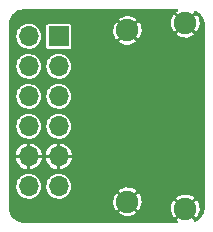
<source format=gbr>
G04 #@! TF.GenerationSoftware,KiCad,Pcbnew,5.99.0-unknown-8eca23aabe~115~ubuntu20.04.1*
G04 #@! TF.CreationDate,2021-02-02T12:21:52+00:00*
G04 #@! TF.ProjectId,dvi_pmod,6476695f-706d-46f6-942e-6b696361645f,rev?*
G04 #@! TF.SameCoordinates,Original*
G04 #@! TF.FileFunction,Copper,L2,Bot*
G04 #@! TF.FilePolarity,Positive*
%FSLAX46Y46*%
G04 Gerber Fmt 4.6, Leading zero omitted, Abs format (unit mm)*
G04 Created by KiCad (PCBNEW 5.99.0-unknown-8eca23aabe~115~ubuntu20.04.1) date 2021-02-02 12:21:52*
%MOMM*%
%LPD*%
G01*
G04 APERTURE LIST*
G04 #@! TA.AperFunction,ComponentPad*
%ADD10R,1.700000X1.700000*%
G04 #@! TD*
G04 #@! TA.AperFunction,ComponentPad*
%ADD11O,1.700000X1.700000*%
G04 #@! TD*
G04 #@! TA.AperFunction,ComponentPad*
%ADD12C,1.900000*%
G04 #@! TD*
G04 #@! TA.AperFunction,ViaPad*
%ADD13C,0.600000*%
G04 #@! TD*
G04 APERTURE END LIST*
D10*
X131445000Y-70000000D03*
D11*
X128905000Y-70000000D03*
X131445000Y-72540000D03*
X128905000Y-72540000D03*
X131445000Y-75080000D03*
X128905000Y-75080000D03*
X131445000Y-77620000D03*
X128905000Y-77620000D03*
X131445000Y-80160000D03*
X128905000Y-80160000D03*
X131445000Y-82700000D03*
X128905000Y-82700000D03*
D12*
X137262000Y-69500000D03*
X142162000Y-68900000D03*
X142162000Y-84600000D03*
X137262000Y-84000000D03*
D13*
X135150000Y-77000000D03*
X135150000Y-75500000D03*
X135150000Y-74000000D03*
X137762000Y-72500000D03*
X137762000Y-74000000D03*
X137762000Y-75500000D03*
X137762000Y-77000000D03*
X128000000Y-68500000D03*
X128000000Y-85000000D03*
X135062000Y-71400000D03*
X133512000Y-71250000D03*
X143400000Y-77100000D03*
X137862000Y-80000000D03*
X132000000Y-76350000D03*
X129400000Y-76400000D03*
X129350000Y-73850000D03*
X129350000Y-71300000D03*
X135150000Y-72500000D03*
X134862000Y-80000000D03*
X130700000Y-71400000D03*
X134900000Y-78600000D03*
G04 #@! TA.AperFunction,Conductor*
G36*
X141530297Y-67718907D02*
G01*
X141566261Y-67768407D01*
X141566261Y-67829593D01*
X141530297Y-67879093D01*
X141522724Y-67884081D01*
X141457617Y-67922816D01*
X141450312Y-67928123D01*
X141417659Y-67956758D01*
X141410841Y-67968218D01*
X141411164Y-67971736D01*
X141412532Y-67973755D01*
X142150914Y-68712137D01*
X142162797Y-68718191D01*
X142167828Y-68717395D01*
X142908197Y-67977026D01*
X142914251Y-67965143D01*
X142909712Y-67936481D01*
X142911555Y-67936189D01*
X142905647Y-67919151D01*
X142923410Y-67860601D01*
X142972195Y-67823673D01*
X143033369Y-67822474D01*
X143049565Y-67828997D01*
X143157225Y-67883852D01*
X143163986Y-67887639D01*
X143185964Y-67901106D01*
X143189670Y-67903378D01*
X143196131Y-67907696D01*
X143323733Y-68000405D01*
X143329828Y-68005209D01*
X143352724Y-68024764D01*
X143358419Y-68030028D01*
X143469971Y-68141580D01*
X143475247Y-68147289D01*
X143494785Y-68170165D01*
X143499597Y-68176269D01*
X143592308Y-68303874D01*
X143596622Y-68310330D01*
X143612351Y-68335998D01*
X143616148Y-68342779D01*
X143687766Y-68483336D01*
X143691015Y-68490383D01*
X143702523Y-68518165D01*
X143705212Y-68525451D01*
X143735989Y-68620172D01*
X143753964Y-68675494D01*
X143756073Y-68682975D01*
X143763095Y-68712223D01*
X143764612Y-68719848D01*
X143789288Y-68875643D01*
X143790202Y-68883363D01*
X143793415Y-68924190D01*
X143793704Y-68930164D01*
X143795430Y-69025622D01*
X143797098Y-69032366D01*
X143797106Y-69032400D01*
X143800000Y-69056161D01*
X143800000Y-84443706D01*
X143797065Y-84467634D01*
X143795433Y-84474186D01*
X143793703Y-84569835D01*
X143793703Y-84569845D01*
X143793414Y-84575822D01*
X143790202Y-84616635D01*
X143789288Y-84624351D01*
X143779523Y-84686011D01*
X143764613Y-84780149D01*
X143763097Y-84787770D01*
X143756076Y-84817016D01*
X143753971Y-84824484D01*
X143715672Y-84942358D01*
X143705219Y-84974529D01*
X143702528Y-84981821D01*
X143691015Y-85009616D01*
X143687763Y-85016671D01*
X143616153Y-85157215D01*
X143616148Y-85157224D01*
X143612359Y-85163990D01*
X143596625Y-85189666D01*
X143592317Y-85196114D01*
X143499587Y-85323745D01*
X143494795Y-85329824D01*
X143482224Y-85344542D01*
X143475243Y-85352716D01*
X143469967Y-85358424D01*
X143358420Y-85469971D01*
X143352711Y-85475247D01*
X143329835Y-85494785D01*
X143323731Y-85499597D01*
X143196125Y-85592309D01*
X143189673Y-85596620D01*
X143177681Y-85603969D01*
X143163996Y-85612355D01*
X143157215Y-85616153D01*
X143038400Y-85676692D01*
X142977968Y-85686263D01*
X142923451Y-85658485D01*
X142895674Y-85603969D01*
X142905245Y-85543537D01*
X142909729Y-85535653D01*
X142912616Y-85531077D01*
X142912430Y-85528245D01*
X142910428Y-85525205D01*
X142173086Y-84787863D01*
X142161203Y-84781809D01*
X142156172Y-84782605D01*
X141414070Y-85524707D01*
X141408016Y-85536590D01*
X141408507Y-85539693D01*
X141526726Y-85618684D01*
X141564606Y-85666734D01*
X141567008Y-85727873D01*
X141533015Y-85778746D01*
X141471725Y-85800000D01*
X128556294Y-85800000D01*
X128532366Y-85797065D01*
X128531243Y-85796785D01*
X128531241Y-85796785D01*
X128525814Y-85795433D01*
X128430150Y-85793703D01*
X128424178Y-85793414D01*
X128383365Y-85790202D01*
X128375649Y-85789288D01*
X128279446Y-85774052D01*
X128219851Y-85764613D01*
X128212230Y-85763097D01*
X128204196Y-85761168D01*
X128182969Y-85756072D01*
X128175516Y-85753971D01*
X128025462Y-85705216D01*
X128018179Y-85702528D01*
X127990384Y-85691015D01*
X127983324Y-85687761D01*
X127961600Y-85676692D01*
X127842770Y-85616145D01*
X127836003Y-85612355D01*
X127810327Y-85596620D01*
X127803886Y-85592316D01*
X127676255Y-85499587D01*
X127670176Y-85494795D01*
X127647282Y-85475241D01*
X127641576Y-85469967D01*
X127530029Y-85358420D01*
X127524753Y-85352711D01*
X127505215Y-85329835D01*
X127500403Y-85323731D01*
X127497066Y-85319137D01*
X127407689Y-85196121D01*
X127403375Y-85189666D01*
X127403374Y-85189663D01*
X127387645Y-85163996D01*
X127383847Y-85157215D01*
X127312238Y-85016673D01*
X127308984Y-85009614D01*
X127297474Y-84981827D01*
X127294784Y-84974534D01*
X127282455Y-84936590D01*
X136508016Y-84936590D01*
X136508507Y-84939694D01*
X136683242Y-85056448D01*
X136691203Y-85060770D01*
X136885456Y-85144228D01*
X136894067Y-85147026D01*
X137100290Y-85193690D01*
X137109249Y-85194869D01*
X137320532Y-85203171D01*
X137329559Y-85202697D01*
X137538808Y-85172358D01*
X137547599Y-85170247D01*
X137747821Y-85102281D01*
X137756079Y-85098604D01*
X137940556Y-84995292D01*
X137948011Y-84990169D01*
X138005498Y-84942358D01*
X138012616Y-84931076D01*
X138012430Y-84928245D01*
X138010428Y-84925205D01*
X137273086Y-84187863D01*
X137261203Y-84181809D01*
X137256172Y-84182605D01*
X136514070Y-84924707D01*
X136508016Y-84936590D01*
X127282455Y-84936590D01*
X127246034Y-84824499D01*
X127243931Y-84817044D01*
X127236900Y-84787757D01*
X127235387Y-84780151D01*
X127230624Y-84750078D01*
X127210711Y-84624352D01*
X127209798Y-84616640D01*
X127208261Y-84597101D01*
X127206585Y-84575806D01*
X127206296Y-84569835D01*
X127204704Y-84481792D01*
X127204570Y-84474378D01*
X127202894Y-84467598D01*
X127200000Y-84443839D01*
X127200000Y-83972984D01*
X136057710Y-83972984D01*
X136071539Y-84183978D01*
X136072952Y-84192899D01*
X136124999Y-84397835D01*
X136128019Y-84406363D01*
X136216535Y-84598369D01*
X136221066Y-84606216D01*
X136318825Y-84744542D01*
X136329512Y-84752523D01*
X136330261Y-84752533D01*
X136336392Y-84748831D01*
X137074137Y-84011086D01*
X137079379Y-84000797D01*
X137443809Y-84000797D01*
X137444605Y-84005828D01*
X138183245Y-84744468D01*
X138195128Y-84750522D01*
X138197932Y-84750078D01*
X138200774Y-84747808D01*
X138252169Y-84686011D01*
X138257292Y-84678556D01*
X138316415Y-84572984D01*
X140957710Y-84572984D01*
X140971539Y-84783978D01*
X140972952Y-84792899D01*
X141024999Y-84997835D01*
X141028019Y-85006363D01*
X141116535Y-85198369D01*
X141121066Y-85206216D01*
X141218825Y-85344542D01*
X141229512Y-85352523D01*
X141230261Y-85352533D01*
X141236392Y-85348831D01*
X141974137Y-84611086D01*
X141979379Y-84600797D01*
X142343809Y-84600797D01*
X142344605Y-84605828D01*
X143083245Y-85344468D01*
X143095128Y-85350522D01*
X143097932Y-85350078D01*
X143100774Y-85347808D01*
X143152169Y-85286011D01*
X143157292Y-85278556D01*
X143260604Y-85094079D01*
X143264281Y-85085821D01*
X143332247Y-84885599D01*
X143334358Y-84876808D01*
X143364929Y-84665964D01*
X143365426Y-84660140D01*
X143366924Y-84602914D01*
X143366734Y-84597101D01*
X143347237Y-84384924D01*
X143345590Y-84376038D01*
X143288196Y-84172536D01*
X143284955Y-84164093D01*
X143191442Y-83974466D01*
X143186712Y-83966748D01*
X143104317Y-83856406D01*
X143093425Y-83848708D01*
X143091976Y-83848727D01*
X143086883Y-83851894D01*
X142349863Y-84588914D01*
X142343809Y-84600797D01*
X141979379Y-84600797D01*
X141980191Y-84599203D01*
X141979395Y-84594172D01*
X141240747Y-83855524D01*
X141228864Y-83849470D01*
X141226747Y-83849805D01*
X141223017Y-83852866D01*
X141154212Y-83940145D01*
X141149288Y-83947728D01*
X141050835Y-84134855D01*
X141047381Y-84143195D01*
X140984679Y-84345127D01*
X140982798Y-84353977D01*
X140957946Y-84563952D01*
X140957710Y-84572984D01*
X138316415Y-84572984D01*
X138360604Y-84494079D01*
X138364281Y-84485821D01*
X138432247Y-84285599D01*
X138434358Y-84276808D01*
X138464929Y-84065964D01*
X138465426Y-84060140D01*
X138466924Y-84002914D01*
X138466734Y-83997101D01*
X138447237Y-83784924D01*
X138445590Y-83776038D01*
X138415181Y-83668218D01*
X141410841Y-83668218D01*
X141411164Y-83671736D01*
X141412532Y-83673755D01*
X142150914Y-84412137D01*
X142162797Y-84418191D01*
X142167828Y-84417395D01*
X142908197Y-83677026D01*
X142914251Y-83665143D01*
X142913591Y-83660976D01*
X142912843Y-83659987D01*
X142898888Y-83647088D01*
X142891723Y-83641589D01*
X142712896Y-83528758D01*
X142704843Y-83524655D01*
X142508451Y-83446303D01*
X142499792Y-83443738D01*
X142292411Y-83402487D01*
X142283418Y-83401542D01*
X142071997Y-83398774D01*
X142062979Y-83399484D01*
X141854595Y-83435291D01*
X141845868Y-83437629D01*
X141647493Y-83510814D01*
X141639331Y-83514707D01*
X141457617Y-83622816D01*
X141450312Y-83628123D01*
X141417659Y-83656758D01*
X141410841Y-83668218D01*
X138415181Y-83668218D01*
X138388196Y-83572536D01*
X138384955Y-83564093D01*
X138291442Y-83374466D01*
X138286712Y-83366748D01*
X138204317Y-83256406D01*
X138193425Y-83248708D01*
X138191976Y-83248727D01*
X138186883Y-83251894D01*
X137449863Y-83988914D01*
X137443809Y-84000797D01*
X137079379Y-84000797D01*
X137080191Y-83999203D01*
X137079395Y-83994172D01*
X136340747Y-83255524D01*
X136328864Y-83249470D01*
X136326747Y-83249805D01*
X136323017Y-83252866D01*
X136254212Y-83340145D01*
X136249288Y-83347728D01*
X136150835Y-83534855D01*
X136147381Y-83543195D01*
X136084679Y-83745127D01*
X136082798Y-83753977D01*
X136057946Y-83963952D01*
X136057710Y-83972984D01*
X127200000Y-83972984D01*
X127200000Y-82685263D01*
X127849603Y-82685263D01*
X127857092Y-82774445D01*
X127863126Y-82846303D01*
X127866840Y-82890538D01*
X127868173Y-82895186D01*
X127868173Y-82895187D01*
X127916908Y-83065143D01*
X127923621Y-83088555D01*
X128017782Y-83271773D01*
X128145737Y-83433212D01*
X128149417Y-83436344D01*
X128149419Y-83436346D01*
X128178029Y-83460695D01*
X128302612Y-83566723D01*
X128306835Y-83569083D01*
X128306839Y-83569086D01*
X128412474Y-83628123D01*
X128482432Y-83667221D01*
X128487030Y-83668715D01*
X128673742Y-83729382D01*
X128673745Y-83729383D01*
X128678347Y-83730878D01*
X128882895Y-83755269D01*
X128887717Y-83754898D01*
X128887720Y-83754898D01*
X129083458Y-83739837D01*
X129083463Y-83739836D01*
X129088286Y-83739465D01*
X129286695Y-83684068D01*
X129300636Y-83677026D01*
X129466244Y-83593371D01*
X129466246Y-83593370D01*
X129470565Y-83591188D01*
X129632893Y-83464363D01*
X129636055Y-83460700D01*
X129636060Y-83460695D01*
X129764332Y-83312089D01*
X129767496Y-83308424D01*
X129790766Y-83267463D01*
X129866858Y-83133517D01*
X129866859Y-83133514D01*
X129869247Y-83129311D01*
X129884355Y-83083897D01*
X129932743Y-82938435D01*
X129932743Y-82938433D01*
X129934270Y-82933844D01*
X129937180Y-82910814D01*
X129959740Y-82732225D01*
X129960088Y-82729471D01*
X129960500Y-82700000D01*
X129959055Y-82685263D01*
X130389603Y-82685263D01*
X130397092Y-82774445D01*
X130403126Y-82846303D01*
X130406840Y-82890538D01*
X130408173Y-82895186D01*
X130408173Y-82895187D01*
X130456908Y-83065143D01*
X130463621Y-83088555D01*
X130557782Y-83271773D01*
X130685737Y-83433212D01*
X130689417Y-83436344D01*
X130689419Y-83436346D01*
X130718029Y-83460695D01*
X130842612Y-83566723D01*
X130846835Y-83569083D01*
X130846839Y-83569086D01*
X130952474Y-83628123D01*
X131022432Y-83667221D01*
X131027030Y-83668715D01*
X131213742Y-83729382D01*
X131213745Y-83729383D01*
X131218347Y-83730878D01*
X131422895Y-83755269D01*
X131427717Y-83754898D01*
X131427720Y-83754898D01*
X131623458Y-83739837D01*
X131623463Y-83739836D01*
X131628286Y-83739465D01*
X131826695Y-83684068D01*
X131840636Y-83677026D01*
X132006244Y-83593371D01*
X132006246Y-83593370D01*
X132010565Y-83591188D01*
X132172893Y-83464363D01*
X132176055Y-83460700D01*
X132176060Y-83460695D01*
X132304332Y-83312089D01*
X132307496Y-83308424D01*
X132330766Y-83267463D01*
X132406858Y-83133517D01*
X132406859Y-83133514D01*
X132409247Y-83129311D01*
X132424355Y-83083897D01*
X132429571Y-83068218D01*
X136510841Y-83068218D01*
X136511164Y-83071736D01*
X136512532Y-83073755D01*
X137250914Y-83812137D01*
X137262797Y-83818191D01*
X137267828Y-83817395D01*
X138008197Y-83077026D01*
X138014251Y-83065143D01*
X138013591Y-83060976D01*
X138012843Y-83059987D01*
X137998888Y-83047088D01*
X137991723Y-83041589D01*
X137812896Y-82928758D01*
X137804843Y-82924655D01*
X137608451Y-82846303D01*
X137599792Y-82843738D01*
X137392411Y-82802487D01*
X137383418Y-82801542D01*
X137171997Y-82798774D01*
X137162979Y-82799484D01*
X136954595Y-82835291D01*
X136945868Y-82837629D01*
X136747493Y-82910814D01*
X136739331Y-82914707D01*
X136557617Y-83022816D01*
X136550312Y-83028123D01*
X136517659Y-83056758D01*
X136510841Y-83068218D01*
X132429571Y-83068218D01*
X132472743Y-82938435D01*
X132472743Y-82938433D01*
X132474270Y-82933844D01*
X132477180Y-82910814D01*
X132499740Y-82732225D01*
X132500088Y-82729471D01*
X132500500Y-82700000D01*
X132480398Y-82494986D01*
X132477493Y-82485362D01*
X132422256Y-82302412D01*
X132420858Y-82297780D01*
X132324148Y-82115895D01*
X132193952Y-81956259D01*
X132035228Y-81824951D01*
X131854023Y-81726973D01*
X131790952Y-81707449D01*
X131661859Y-81667488D01*
X131661855Y-81667487D01*
X131657238Y-81666058D01*
X131652431Y-81665553D01*
X131652427Y-81665552D01*
X131457185Y-81645032D01*
X131457183Y-81645032D01*
X131452369Y-81644526D01*
X131384372Y-81650714D01*
X131252039Y-81662757D01*
X131252036Y-81662758D01*
X131247219Y-81663196D01*
X131242577Y-81664562D01*
X131242573Y-81664563D01*
X131054250Y-81719989D01*
X131054247Y-81719990D01*
X131049603Y-81721357D01*
X131045309Y-81723602D01*
X130871344Y-81814548D01*
X130871340Y-81814551D01*
X130867047Y-81816795D01*
X130863271Y-81819831D01*
X130863268Y-81819833D01*
X130856903Y-81824951D01*
X130706505Y-81945874D01*
X130694643Y-81960011D01*
X130577202Y-82099971D01*
X130577199Y-82099975D01*
X130574093Y-82103677D01*
X130474853Y-82284194D01*
X130412565Y-82480549D01*
X130389603Y-82685263D01*
X129959055Y-82685263D01*
X129940398Y-82494986D01*
X129937493Y-82485362D01*
X129882256Y-82302412D01*
X129880858Y-82297780D01*
X129784148Y-82115895D01*
X129653952Y-81956259D01*
X129495228Y-81824951D01*
X129314023Y-81726973D01*
X129250952Y-81707449D01*
X129121859Y-81667488D01*
X129121855Y-81667487D01*
X129117238Y-81666058D01*
X129112431Y-81665553D01*
X129112427Y-81665552D01*
X128917185Y-81645032D01*
X128917183Y-81645032D01*
X128912369Y-81644526D01*
X128844372Y-81650714D01*
X128712039Y-81662757D01*
X128712036Y-81662758D01*
X128707219Y-81663196D01*
X128702577Y-81664562D01*
X128702573Y-81664563D01*
X128514250Y-81719989D01*
X128514247Y-81719990D01*
X128509603Y-81721357D01*
X128505309Y-81723602D01*
X128331344Y-81814548D01*
X128331340Y-81814551D01*
X128327047Y-81816795D01*
X128323271Y-81819831D01*
X128323268Y-81819833D01*
X128316903Y-81824951D01*
X128166505Y-81945874D01*
X128154643Y-81960011D01*
X128037202Y-82099971D01*
X128037199Y-82099975D01*
X128034093Y-82103677D01*
X127934853Y-82284194D01*
X127872565Y-82480549D01*
X127849603Y-82685263D01*
X127200000Y-82685263D01*
X127200000Y-80297264D01*
X127811406Y-80297264D01*
X127842996Y-80463655D01*
X127845614Y-80472665D01*
X127919575Y-80658993D01*
X127923855Y-80667356D01*
X128031711Y-80836331D01*
X128037489Y-80843727D01*
X128175359Y-80989267D01*
X128182429Y-80995435D01*
X128345337Y-81112280D01*
X128353441Y-81116996D01*
X128535504Y-81200928D01*
X128544352Y-81204027D01*
X128739008Y-81252019D01*
X128748280Y-81253388D01*
X128764341Y-81254216D01*
X128777222Y-81250753D01*
X128779672Y-81247721D01*
X128780000Y-81245947D01*
X128780000Y-80300680D01*
X128777583Y-80293243D01*
X129030000Y-80293243D01*
X129030000Y-81237543D01*
X129034122Y-81250228D01*
X129035404Y-81251160D01*
X129041152Y-81251666D01*
X129156413Y-81235569D01*
X129165537Y-81233396D01*
X129355268Y-81168622D01*
X129363812Y-81164764D01*
X129537867Y-81065283D01*
X129545532Y-81059876D01*
X129697630Y-80929282D01*
X129704143Y-80922514D01*
X129828800Y-80765518D01*
X129833911Y-80757647D01*
X129926632Y-80579911D01*
X129930166Y-80571207D01*
X129987606Y-80379141D01*
X129989427Y-80369944D01*
X129996409Y-80300600D01*
X129995685Y-80297264D01*
X130351406Y-80297264D01*
X130382996Y-80463655D01*
X130385614Y-80472665D01*
X130459575Y-80658993D01*
X130463855Y-80667356D01*
X130571711Y-80836331D01*
X130577489Y-80843727D01*
X130715359Y-80989267D01*
X130722429Y-80995435D01*
X130885337Y-81112280D01*
X130893441Y-81116996D01*
X131075504Y-81200928D01*
X131084352Y-81204027D01*
X131279008Y-81252019D01*
X131288280Y-81253388D01*
X131304341Y-81254216D01*
X131317222Y-81250753D01*
X131319672Y-81247721D01*
X131320000Y-81245947D01*
X131320000Y-80300680D01*
X131317583Y-80293243D01*
X131570000Y-80293243D01*
X131570000Y-81237543D01*
X131574122Y-81250228D01*
X131575404Y-81251160D01*
X131581152Y-81251666D01*
X131696413Y-81235569D01*
X131705537Y-81233396D01*
X131895268Y-81168622D01*
X131903812Y-81164764D01*
X132077867Y-81065283D01*
X132085532Y-81059876D01*
X132237630Y-80929282D01*
X132244143Y-80922514D01*
X132368800Y-80765518D01*
X132373911Y-80757647D01*
X132466632Y-80579911D01*
X132470166Y-80571207D01*
X132527606Y-80379141D01*
X132529427Y-80369944D01*
X132536409Y-80300600D01*
X132533579Y-80287567D01*
X132531634Y-80285830D01*
X132527685Y-80285000D01*
X131585680Y-80285000D01*
X131572995Y-80289122D01*
X131570000Y-80293243D01*
X131317583Y-80293243D01*
X131315878Y-80287995D01*
X131311757Y-80285000D01*
X130364758Y-80285000D01*
X130352073Y-80289122D01*
X130351908Y-80289348D01*
X130351406Y-80297264D01*
X129995685Y-80297264D01*
X129993579Y-80287567D01*
X129991634Y-80285830D01*
X129987685Y-80285000D01*
X129045680Y-80285000D01*
X129032995Y-80289122D01*
X129030000Y-80293243D01*
X128777583Y-80293243D01*
X128775878Y-80287995D01*
X128771757Y-80285000D01*
X127824758Y-80285000D01*
X127812073Y-80289122D01*
X127811908Y-80289348D01*
X127811406Y-80297264D01*
X127200000Y-80297264D01*
X127200000Y-80019613D01*
X127811632Y-80019613D01*
X127813245Y-80032849D01*
X127813341Y-80032952D01*
X127821245Y-80035000D01*
X128764320Y-80035000D01*
X128777005Y-80030878D01*
X128780000Y-80026757D01*
X128780000Y-79080283D01*
X128779260Y-79078006D01*
X129030000Y-79078006D01*
X129030000Y-80019320D01*
X129034122Y-80032005D01*
X129038243Y-80035000D01*
X129982394Y-80035000D01*
X129995079Y-80030878D01*
X129996693Y-80028657D01*
X129997108Y-80024881D01*
X129996605Y-80019613D01*
X130351632Y-80019613D01*
X130353245Y-80032849D01*
X130353341Y-80032952D01*
X130361245Y-80035000D01*
X131304320Y-80035000D01*
X131317005Y-80030878D01*
X131320000Y-80026757D01*
X131320000Y-79080283D01*
X131319260Y-79078006D01*
X131570000Y-79078006D01*
X131570000Y-80019320D01*
X131574122Y-80032005D01*
X131578243Y-80035000D01*
X132522394Y-80035000D01*
X132535079Y-80030878D01*
X132536693Y-80028657D01*
X132537108Y-80024881D01*
X132530512Y-79955743D01*
X132528738Y-79946531D01*
X132472302Y-79754156D01*
X132468821Y-79745453D01*
X132377026Y-79567222D01*
X132371956Y-79559326D01*
X132248122Y-79401677D01*
X132241653Y-79394884D01*
X132090237Y-79263491D01*
X132082595Y-79258041D01*
X131909066Y-79157652D01*
X131900543Y-79153750D01*
X131711151Y-79087981D01*
X131702050Y-79085763D01*
X131585516Y-79068867D01*
X131572372Y-79071125D01*
X131571363Y-79072162D01*
X131570000Y-79078006D01*
X131319260Y-79078006D01*
X131315878Y-79067598D01*
X131312612Y-79065225D01*
X131311067Y-79065017D01*
X131294012Y-79065806D01*
X131284721Y-79067129D01*
X131089830Y-79114098D01*
X131080958Y-79117152D01*
X130898460Y-79200129D01*
X130890328Y-79204805D01*
X130726813Y-79320794D01*
X130719713Y-79326923D01*
X130581080Y-79471740D01*
X130575266Y-79479103D01*
X130466517Y-79647525D01*
X130462206Y-79655841D01*
X130387262Y-79841800D01*
X130384602Y-79850780D01*
X130351632Y-80019613D01*
X129996605Y-80019613D01*
X129990512Y-79955743D01*
X129988738Y-79946531D01*
X129932302Y-79754156D01*
X129928821Y-79745453D01*
X129837026Y-79567222D01*
X129831956Y-79559326D01*
X129708122Y-79401677D01*
X129701653Y-79394884D01*
X129550237Y-79263491D01*
X129542595Y-79258041D01*
X129369066Y-79157652D01*
X129360543Y-79153750D01*
X129171151Y-79087981D01*
X129162050Y-79085763D01*
X129045516Y-79068867D01*
X129032372Y-79071125D01*
X129031363Y-79072162D01*
X129030000Y-79078006D01*
X128779260Y-79078006D01*
X128775878Y-79067598D01*
X128772612Y-79065225D01*
X128771067Y-79065017D01*
X128754012Y-79065806D01*
X128744721Y-79067129D01*
X128549830Y-79114098D01*
X128540958Y-79117152D01*
X128358460Y-79200129D01*
X128350328Y-79204805D01*
X128186813Y-79320794D01*
X128179713Y-79326923D01*
X128041080Y-79471740D01*
X128035266Y-79479103D01*
X127926517Y-79647525D01*
X127922206Y-79655841D01*
X127847262Y-79841800D01*
X127844602Y-79850780D01*
X127811632Y-80019613D01*
X127200000Y-80019613D01*
X127200000Y-77605263D01*
X127849603Y-77605263D01*
X127866840Y-77810538D01*
X127923621Y-78008555D01*
X128017782Y-78191773D01*
X128145737Y-78353212D01*
X128302612Y-78486723D01*
X128306835Y-78489083D01*
X128306839Y-78489086D01*
X128423453Y-78554259D01*
X128482432Y-78587221D01*
X128487030Y-78588715D01*
X128673742Y-78649382D01*
X128673745Y-78649383D01*
X128678347Y-78650878D01*
X128882895Y-78675269D01*
X128887717Y-78674898D01*
X128887720Y-78674898D01*
X129083458Y-78659837D01*
X129083463Y-78659836D01*
X129088286Y-78659465D01*
X129286695Y-78604068D01*
X129317089Y-78588715D01*
X129466244Y-78513371D01*
X129466246Y-78513370D01*
X129470565Y-78511188D01*
X129632893Y-78384363D01*
X129636055Y-78380700D01*
X129636060Y-78380695D01*
X129764332Y-78232089D01*
X129767496Y-78228424D01*
X129790766Y-78187463D01*
X129866858Y-78053517D01*
X129866859Y-78053514D01*
X129869247Y-78049311D01*
X129884355Y-78003897D01*
X129932743Y-77858435D01*
X129932743Y-77858433D01*
X129934270Y-77853844D01*
X129939154Y-77815187D01*
X129959740Y-77652225D01*
X129960088Y-77649471D01*
X129960500Y-77620000D01*
X129959055Y-77605263D01*
X130389603Y-77605263D01*
X130406840Y-77810538D01*
X130463621Y-78008555D01*
X130557782Y-78191773D01*
X130685737Y-78353212D01*
X130842612Y-78486723D01*
X130846835Y-78489083D01*
X130846839Y-78489086D01*
X130963453Y-78554259D01*
X131022432Y-78587221D01*
X131027030Y-78588715D01*
X131213742Y-78649382D01*
X131213745Y-78649383D01*
X131218347Y-78650878D01*
X131422895Y-78675269D01*
X131427717Y-78674898D01*
X131427720Y-78674898D01*
X131623458Y-78659837D01*
X131623463Y-78659836D01*
X131628286Y-78659465D01*
X131826695Y-78604068D01*
X131857089Y-78588715D01*
X132006244Y-78513371D01*
X132006246Y-78513370D01*
X132010565Y-78511188D01*
X132172893Y-78384363D01*
X132176055Y-78380700D01*
X132176060Y-78380695D01*
X132304332Y-78232089D01*
X132307496Y-78228424D01*
X132330766Y-78187463D01*
X132406858Y-78053517D01*
X132406859Y-78053514D01*
X132409247Y-78049311D01*
X132424355Y-78003897D01*
X132472743Y-77858435D01*
X132472743Y-77858433D01*
X132474270Y-77853844D01*
X132479154Y-77815187D01*
X132499740Y-77652225D01*
X132500088Y-77649471D01*
X132500500Y-77620000D01*
X132480398Y-77414986D01*
X132477493Y-77405362D01*
X132422256Y-77222412D01*
X132420858Y-77217780D01*
X132324148Y-77035895D01*
X132193952Y-76876259D01*
X132035228Y-76744951D01*
X131854023Y-76646973D01*
X131790952Y-76627449D01*
X131661859Y-76587488D01*
X131661855Y-76587487D01*
X131657238Y-76586058D01*
X131652431Y-76585553D01*
X131652427Y-76585552D01*
X131457185Y-76565032D01*
X131457183Y-76565032D01*
X131452369Y-76564526D01*
X131384372Y-76570714D01*
X131252039Y-76582757D01*
X131252036Y-76582758D01*
X131247219Y-76583196D01*
X131242577Y-76584562D01*
X131242573Y-76584563D01*
X131054250Y-76639989D01*
X131054247Y-76639990D01*
X131049603Y-76641357D01*
X131045309Y-76643602D01*
X130871344Y-76734548D01*
X130871340Y-76734551D01*
X130867047Y-76736795D01*
X130863271Y-76739831D01*
X130863268Y-76739833D01*
X130856903Y-76744951D01*
X130706505Y-76865874D01*
X130694643Y-76880011D01*
X130577202Y-77019971D01*
X130577199Y-77019975D01*
X130574093Y-77023677D01*
X130474853Y-77204194D01*
X130412565Y-77400549D01*
X130389603Y-77605263D01*
X129959055Y-77605263D01*
X129940398Y-77414986D01*
X129937493Y-77405362D01*
X129882256Y-77222412D01*
X129880858Y-77217780D01*
X129784148Y-77035895D01*
X129653952Y-76876259D01*
X129495228Y-76744951D01*
X129314023Y-76646973D01*
X129250952Y-76627449D01*
X129121859Y-76587488D01*
X129121855Y-76587487D01*
X129117238Y-76586058D01*
X129112431Y-76585553D01*
X129112427Y-76585552D01*
X128917185Y-76565032D01*
X128917183Y-76565032D01*
X128912369Y-76564526D01*
X128844372Y-76570714D01*
X128712039Y-76582757D01*
X128712036Y-76582758D01*
X128707219Y-76583196D01*
X128702577Y-76584562D01*
X128702573Y-76584563D01*
X128514250Y-76639989D01*
X128514247Y-76639990D01*
X128509603Y-76641357D01*
X128505309Y-76643602D01*
X128331344Y-76734548D01*
X128331340Y-76734551D01*
X128327047Y-76736795D01*
X128323271Y-76739831D01*
X128323268Y-76739833D01*
X128316903Y-76744951D01*
X128166505Y-76865874D01*
X128154643Y-76880011D01*
X128037202Y-77019971D01*
X128037199Y-77019975D01*
X128034093Y-77023677D01*
X127934853Y-77204194D01*
X127872565Y-77400549D01*
X127849603Y-77605263D01*
X127200000Y-77605263D01*
X127200000Y-75065263D01*
X127849603Y-75065263D01*
X127866840Y-75270538D01*
X127923621Y-75468555D01*
X128017782Y-75651773D01*
X128145737Y-75813212D01*
X128302612Y-75946723D01*
X128306835Y-75949083D01*
X128306839Y-75949086D01*
X128423453Y-76014259D01*
X128482432Y-76047221D01*
X128487030Y-76048715D01*
X128673742Y-76109382D01*
X128673745Y-76109383D01*
X128678347Y-76110878D01*
X128882895Y-76135269D01*
X128887717Y-76134898D01*
X128887720Y-76134898D01*
X129083458Y-76119837D01*
X129083463Y-76119836D01*
X129088286Y-76119465D01*
X129286695Y-76064068D01*
X129317089Y-76048715D01*
X129466244Y-75973371D01*
X129466246Y-75973370D01*
X129470565Y-75971188D01*
X129632893Y-75844363D01*
X129636055Y-75840700D01*
X129636060Y-75840695D01*
X129764332Y-75692089D01*
X129767496Y-75688424D01*
X129790766Y-75647463D01*
X129866858Y-75513517D01*
X129866859Y-75513514D01*
X129869247Y-75509311D01*
X129884355Y-75463897D01*
X129932743Y-75318435D01*
X129932743Y-75318433D01*
X129934270Y-75313844D01*
X129939154Y-75275187D01*
X129959740Y-75112225D01*
X129960088Y-75109471D01*
X129960500Y-75080000D01*
X129959055Y-75065263D01*
X130389603Y-75065263D01*
X130406840Y-75270538D01*
X130463621Y-75468555D01*
X130557782Y-75651773D01*
X130685737Y-75813212D01*
X130842612Y-75946723D01*
X130846835Y-75949083D01*
X130846839Y-75949086D01*
X130963453Y-76014259D01*
X131022432Y-76047221D01*
X131027030Y-76048715D01*
X131213742Y-76109382D01*
X131213745Y-76109383D01*
X131218347Y-76110878D01*
X131422895Y-76135269D01*
X131427717Y-76134898D01*
X131427720Y-76134898D01*
X131623458Y-76119837D01*
X131623463Y-76119836D01*
X131628286Y-76119465D01*
X131826695Y-76064068D01*
X131857089Y-76048715D01*
X132006244Y-75973371D01*
X132006246Y-75973370D01*
X132010565Y-75971188D01*
X132172893Y-75844363D01*
X132176055Y-75840700D01*
X132176060Y-75840695D01*
X132304332Y-75692089D01*
X132307496Y-75688424D01*
X132330766Y-75647463D01*
X132406858Y-75513517D01*
X132406859Y-75513514D01*
X132409247Y-75509311D01*
X132424355Y-75463897D01*
X132472743Y-75318435D01*
X132472743Y-75318433D01*
X132474270Y-75313844D01*
X132479154Y-75275187D01*
X132499740Y-75112225D01*
X132500088Y-75109471D01*
X132500500Y-75080000D01*
X132480398Y-74874986D01*
X132477493Y-74865362D01*
X132422256Y-74682412D01*
X132420858Y-74677780D01*
X132324148Y-74495895D01*
X132193952Y-74336259D01*
X132035228Y-74204951D01*
X131854023Y-74106973D01*
X131790952Y-74087449D01*
X131661859Y-74047488D01*
X131661855Y-74047487D01*
X131657238Y-74046058D01*
X131652431Y-74045553D01*
X131652427Y-74045552D01*
X131457185Y-74025032D01*
X131457183Y-74025032D01*
X131452369Y-74024526D01*
X131384372Y-74030714D01*
X131252039Y-74042757D01*
X131252036Y-74042758D01*
X131247219Y-74043196D01*
X131242577Y-74044562D01*
X131242573Y-74044563D01*
X131054250Y-74099989D01*
X131054247Y-74099990D01*
X131049603Y-74101357D01*
X131045309Y-74103602D01*
X130871344Y-74194548D01*
X130871340Y-74194551D01*
X130867047Y-74196795D01*
X130863271Y-74199831D01*
X130863268Y-74199833D01*
X130856903Y-74204951D01*
X130706505Y-74325874D01*
X130694643Y-74340011D01*
X130577202Y-74479971D01*
X130577199Y-74479975D01*
X130574093Y-74483677D01*
X130474853Y-74664194D01*
X130412565Y-74860549D01*
X130389603Y-75065263D01*
X129959055Y-75065263D01*
X129940398Y-74874986D01*
X129937493Y-74865362D01*
X129882256Y-74682412D01*
X129880858Y-74677780D01*
X129784148Y-74495895D01*
X129653952Y-74336259D01*
X129495228Y-74204951D01*
X129314023Y-74106973D01*
X129250952Y-74087449D01*
X129121859Y-74047488D01*
X129121855Y-74047487D01*
X129117238Y-74046058D01*
X129112431Y-74045553D01*
X129112427Y-74045552D01*
X128917185Y-74025032D01*
X128917183Y-74025032D01*
X128912369Y-74024526D01*
X128844372Y-74030714D01*
X128712039Y-74042757D01*
X128712036Y-74042758D01*
X128707219Y-74043196D01*
X128702577Y-74044562D01*
X128702573Y-74044563D01*
X128514250Y-74099989D01*
X128514247Y-74099990D01*
X128509603Y-74101357D01*
X128505309Y-74103602D01*
X128331344Y-74194548D01*
X128331340Y-74194551D01*
X128327047Y-74196795D01*
X128323271Y-74199831D01*
X128323268Y-74199833D01*
X128316903Y-74204951D01*
X128166505Y-74325874D01*
X128154643Y-74340011D01*
X128037202Y-74479971D01*
X128037199Y-74479975D01*
X128034093Y-74483677D01*
X127934853Y-74664194D01*
X127872565Y-74860549D01*
X127849603Y-75065263D01*
X127200000Y-75065263D01*
X127200000Y-72525263D01*
X127849603Y-72525263D01*
X127866840Y-72730538D01*
X127923621Y-72928555D01*
X128017782Y-73111773D01*
X128145737Y-73273212D01*
X128302612Y-73406723D01*
X128306835Y-73409083D01*
X128306839Y-73409086D01*
X128423453Y-73474259D01*
X128482432Y-73507221D01*
X128487030Y-73508715D01*
X128673742Y-73569382D01*
X128673745Y-73569383D01*
X128678347Y-73570878D01*
X128882895Y-73595269D01*
X128887717Y-73594898D01*
X128887720Y-73594898D01*
X129083458Y-73579837D01*
X129083463Y-73579836D01*
X129088286Y-73579465D01*
X129286695Y-73524068D01*
X129317089Y-73508715D01*
X129466244Y-73433371D01*
X129466246Y-73433370D01*
X129470565Y-73431188D01*
X129632893Y-73304363D01*
X129636055Y-73300700D01*
X129636060Y-73300695D01*
X129764332Y-73152089D01*
X129767496Y-73148424D01*
X129790766Y-73107463D01*
X129866858Y-72973517D01*
X129866859Y-72973514D01*
X129869247Y-72969311D01*
X129884355Y-72923897D01*
X129932743Y-72778435D01*
X129932743Y-72778433D01*
X129934270Y-72773844D01*
X129939154Y-72735187D01*
X129959740Y-72572225D01*
X129960088Y-72569471D01*
X129960500Y-72540000D01*
X129959055Y-72525263D01*
X130389603Y-72525263D01*
X130406840Y-72730538D01*
X130463621Y-72928555D01*
X130557782Y-73111773D01*
X130685737Y-73273212D01*
X130842612Y-73406723D01*
X130846835Y-73409083D01*
X130846839Y-73409086D01*
X130963453Y-73474259D01*
X131022432Y-73507221D01*
X131027030Y-73508715D01*
X131213742Y-73569382D01*
X131213745Y-73569383D01*
X131218347Y-73570878D01*
X131422895Y-73595269D01*
X131427717Y-73594898D01*
X131427720Y-73594898D01*
X131623458Y-73579837D01*
X131623463Y-73579836D01*
X131628286Y-73579465D01*
X131826695Y-73524068D01*
X131857089Y-73508715D01*
X132006244Y-73433371D01*
X132006246Y-73433370D01*
X132010565Y-73431188D01*
X132172893Y-73304363D01*
X132176055Y-73300700D01*
X132176060Y-73300695D01*
X132304332Y-73152089D01*
X132307496Y-73148424D01*
X132330766Y-73107463D01*
X132406858Y-72973517D01*
X132406859Y-72973514D01*
X132409247Y-72969311D01*
X132424355Y-72923897D01*
X132472743Y-72778435D01*
X132472743Y-72778433D01*
X132474270Y-72773844D01*
X132479154Y-72735187D01*
X132499740Y-72572225D01*
X132500088Y-72569471D01*
X132500500Y-72540000D01*
X132480398Y-72334986D01*
X132477493Y-72325362D01*
X132422256Y-72142412D01*
X132420858Y-72137780D01*
X132324148Y-71955895D01*
X132193952Y-71796259D01*
X132035228Y-71664951D01*
X131854023Y-71566973D01*
X131790952Y-71547449D01*
X131661859Y-71507488D01*
X131661855Y-71507487D01*
X131657238Y-71506058D01*
X131652431Y-71505553D01*
X131652427Y-71505552D01*
X131457185Y-71485032D01*
X131457183Y-71485032D01*
X131452369Y-71484526D01*
X131384372Y-71490714D01*
X131252039Y-71502757D01*
X131252036Y-71502758D01*
X131247219Y-71503196D01*
X131242577Y-71504562D01*
X131242573Y-71504563D01*
X131054250Y-71559989D01*
X131054247Y-71559990D01*
X131049603Y-71561357D01*
X131045309Y-71563602D01*
X130871344Y-71654548D01*
X130871340Y-71654551D01*
X130867047Y-71656795D01*
X130863271Y-71659831D01*
X130863268Y-71659833D01*
X130856903Y-71664951D01*
X130706505Y-71785874D01*
X130694643Y-71800011D01*
X130577202Y-71939971D01*
X130577199Y-71939975D01*
X130574093Y-71943677D01*
X130474853Y-72124194D01*
X130412565Y-72320549D01*
X130389603Y-72525263D01*
X129959055Y-72525263D01*
X129940398Y-72334986D01*
X129937493Y-72325362D01*
X129882256Y-72142412D01*
X129880858Y-72137780D01*
X129784148Y-71955895D01*
X129653952Y-71796259D01*
X129495228Y-71664951D01*
X129314023Y-71566973D01*
X129250952Y-71547449D01*
X129121859Y-71507488D01*
X129121855Y-71507487D01*
X129117238Y-71506058D01*
X129112431Y-71505553D01*
X129112427Y-71505552D01*
X128917185Y-71485032D01*
X128917183Y-71485032D01*
X128912369Y-71484526D01*
X128844372Y-71490714D01*
X128712039Y-71502757D01*
X128712036Y-71502758D01*
X128707219Y-71503196D01*
X128702577Y-71504562D01*
X128702573Y-71504563D01*
X128514250Y-71559989D01*
X128514247Y-71559990D01*
X128509603Y-71561357D01*
X128505309Y-71563602D01*
X128331344Y-71654548D01*
X128331340Y-71654551D01*
X128327047Y-71656795D01*
X128323271Y-71659831D01*
X128323268Y-71659833D01*
X128316903Y-71664951D01*
X128166505Y-71785874D01*
X128154643Y-71800011D01*
X128037202Y-71939971D01*
X128037199Y-71939975D01*
X128034093Y-71943677D01*
X127934853Y-72124194D01*
X127872565Y-72320549D01*
X127849603Y-72525263D01*
X127200000Y-72525263D01*
X127200000Y-69985263D01*
X127849603Y-69985263D01*
X127854554Y-70044228D01*
X127859101Y-70098369D01*
X127866840Y-70190538D01*
X127868173Y-70195186D01*
X127868173Y-70195187D01*
X127882326Y-70244542D01*
X127923621Y-70388555D01*
X128017782Y-70571773D01*
X128145737Y-70733212D01*
X128302612Y-70866723D01*
X128306835Y-70869083D01*
X128306839Y-70869086D01*
X128413401Y-70928641D01*
X128482432Y-70967221D01*
X128487030Y-70968715D01*
X128673742Y-71029382D01*
X128673745Y-71029383D01*
X128678347Y-71030878D01*
X128882895Y-71055269D01*
X128887717Y-71054898D01*
X128887720Y-71054898D01*
X129083458Y-71039837D01*
X129083463Y-71039836D01*
X129088286Y-71039465D01*
X129286695Y-70984068D01*
X129317089Y-70968715D01*
X129466244Y-70893371D01*
X129466246Y-70893370D01*
X129470565Y-70891188D01*
X129632893Y-70764363D01*
X129636055Y-70760700D01*
X129636060Y-70760695D01*
X129720123Y-70663306D01*
X129767496Y-70608424D01*
X129790766Y-70567463D01*
X129866858Y-70433517D01*
X129866859Y-70433514D01*
X129869247Y-70429311D01*
X129884355Y-70383897D01*
X129932743Y-70238435D01*
X129932743Y-70238433D01*
X129934270Y-70233844D01*
X129939154Y-70195187D01*
X129959740Y-70032225D01*
X129960088Y-70029471D01*
X129960500Y-70000000D01*
X129960230Y-69997244D01*
X129940870Y-69799796D01*
X129940869Y-69799792D01*
X129940398Y-69794986D01*
X129937493Y-69785362D01*
X129897386Y-69652523D01*
X129880858Y-69597780D01*
X129784148Y-69415895D01*
X129653952Y-69256259D01*
X129568539Y-69185599D01*
X129525507Y-69150000D01*
X130389500Y-69150000D01*
X130389500Y-70850000D01*
X130405143Y-70928641D01*
X130449690Y-70995310D01*
X130516359Y-71039857D01*
X130525922Y-71041759D01*
X130525924Y-71041760D01*
X130551200Y-71046787D01*
X130595000Y-71055500D01*
X132295000Y-71055500D01*
X132338800Y-71046787D01*
X132364076Y-71041760D01*
X132364078Y-71041759D01*
X132373641Y-71039857D01*
X132440310Y-70995310D01*
X132484857Y-70928641D01*
X132500500Y-70850000D01*
X132500500Y-70436590D01*
X136508016Y-70436590D01*
X136508507Y-70439694D01*
X136683242Y-70556448D01*
X136691203Y-70560770D01*
X136885456Y-70644228D01*
X136894067Y-70647026D01*
X137100290Y-70693690D01*
X137109249Y-70694869D01*
X137320532Y-70703171D01*
X137329559Y-70702697D01*
X137538808Y-70672358D01*
X137547599Y-70670247D01*
X137747821Y-70602281D01*
X137756079Y-70598604D01*
X137940556Y-70495292D01*
X137948011Y-70490169D01*
X138005498Y-70442358D01*
X138012616Y-70431076D01*
X138012430Y-70428245D01*
X138010428Y-70425205D01*
X137273086Y-69687863D01*
X137261203Y-69681809D01*
X137256172Y-69682605D01*
X136514070Y-70424707D01*
X136508016Y-70436590D01*
X132500500Y-70436590D01*
X132500500Y-69472984D01*
X136057710Y-69472984D01*
X136071539Y-69683978D01*
X136072952Y-69692899D01*
X136124999Y-69897835D01*
X136128019Y-69906363D01*
X136216535Y-70098369D01*
X136221066Y-70106216D01*
X136318825Y-70244542D01*
X136329512Y-70252523D01*
X136330261Y-70252533D01*
X136336392Y-70248831D01*
X137074137Y-69511086D01*
X137079379Y-69500797D01*
X137443809Y-69500797D01*
X137444605Y-69505828D01*
X138183245Y-70244468D01*
X138195128Y-70250522D01*
X138197932Y-70250078D01*
X138200774Y-70247808D01*
X138252169Y-70186011D01*
X138257292Y-70178556D01*
X138360604Y-69994079D01*
X138364281Y-69985821D01*
X138414938Y-69836590D01*
X141408016Y-69836590D01*
X141408507Y-69839694D01*
X141583242Y-69956448D01*
X141591203Y-69960770D01*
X141785456Y-70044228D01*
X141794067Y-70047026D01*
X142000290Y-70093690D01*
X142009249Y-70094869D01*
X142220532Y-70103171D01*
X142229559Y-70102697D01*
X142438808Y-70072358D01*
X142447599Y-70070247D01*
X142647821Y-70002281D01*
X142656079Y-69998604D01*
X142840556Y-69895292D01*
X142848011Y-69890169D01*
X142905498Y-69842358D01*
X142912616Y-69831076D01*
X142912430Y-69828245D01*
X142910428Y-69825205D01*
X142173086Y-69087863D01*
X142161203Y-69081809D01*
X142156172Y-69082605D01*
X141414070Y-69824707D01*
X141408016Y-69836590D01*
X138414938Y-69836590D01*
X138432247Y-69785599D01*
X138434358Y-69776808D01*
X138464929Y-69565964D01*
X138465426Y-69560140D01*
X138466924Y-69502914D01*
X138466734Y-69497101D01*
X138447237Y-69284924D01*
X138445590Y-69276038D01*
X138388196Y-69072536D01*
X138384955Y-69064093D01*
X138291442Y-68874466D01*
X138290534Y-68872984D01*
X140957710Y-68872984D01*
X140971539Y-69083978D01*
X140972952Y-69092899D01*
X141024999Y-69297835D01*
X141028019Y-69306363D01*
X141116535Y-69498369D01*
X141121066Y-69506216D01*
X141218825Y-69644542D01*
X141229512Y-69652523D01*
X141230261Y-69652533D01*
X141236392Y-69648831D01*
X141974137Y-68911086D01*
X141979379Y-68900797D01*
X142343809Y-68900797D01*
X142344605Y-68905828D01*
X143083245Y-69644468D01*
X143095128Y-69650522D01*
X143097932Y-69650078D01*
X143100774Y-69647808D01*
X143152169Y-69586011D01*
X143157292Y-69578556D01*
X143260604Y-69394079D01*
X143264281Y-69385821D01*
X143332247Y-69185599D01*
X143334358Y-69176808D01*
X143364929Y-68965964D01*
X143365426Y-68960140D01*
X143366924Y-68902914D01*
X143366734Y-68897101D01*
X143347237Y-68684924D01*
X143345590Y-68676038D01*
X143288196Y-68472536D01*
X143284955Y-68464093D01*
X143191442Y-68274466D01*
X143186712Y-68266748D01*
X143104317Y-68156406D01*
X143093425Y-68148708D01*
X143091976Y-68148727D01*
X143086883Y-68151894D01*
X142349863Y-68888914D01*
X142343809Y-68900797D01*
X141979379Y-68900797D01*
X141980191Y-68899203D01*
X141979395Y-68894172D01*
X141240747Y-68155524D01*
X141228864Y-68149470D01*
X141226747Y-68149805D01*
X141223017Y-68152866D01*
X141154212Y-68240145D01*
X141149288Y-68247728D01*
X141050835Y-68434855D01*
X141047381Y-68443195D01*
X140984679Y-68645127D01*
X140982798Y-68653977D01*
X140957946Y-68863952D01*
X140957710Y-68872984D01*
X138290534Y-68872984D01*
X138286712Y-68866748D01*
X138204317Y-68756406D01*
X138193425Y-68748708D01*
X138191976Y-68748727D01*
X138186883Y-68751894D01*
X137449863Y-69488914D01*
X137443809Y-69500797D01*
X137079379Y-69500797D01*
X137080191Y-69499203D01*
X137079395Y-69494172D01*
X136340747Y-68755524D01*
X136328864Y-68749470D01*
X136326747Y-68749805D01*
X136323017Y-68752866D01*
X136254212Y-68840145D01*
X136249288Y-68847728D01*
X136150835Y-69034855D01*
X136147381Y-69043195D01*
X136084679Y-69245127D01*
X136082798Y-69253977D01*
X136057946Y-69463952D01*
X136057710Y-69472984D01*
X132500500Y-69472984D01*
X132500500Y-69150000D01*
X132484857Y-69071359D01*
X132440310Y-69004690D01*
X132373641Y-68960143D01*
X132364078Y-68958241D01*
X132364076Y-68958240D01*
X132338800Y-68953213D01*
X132295000Y-68944500D01*
X130595000Y-68944500D01*
X130551200Y-68953213D01*
X130525924Y-68958240D01*
X130525922Y-68958241D01*
X130516359Y-68960143D01*
X130449690Y-69004690D01*
X130405143Y-69071359D01*
X130389500Y-69150000D01*
X129525507Y-69150000D01*
X129498955Y-69128034D01*
X129498953Y-69128033D01*
X129495228Y-69124951D01*
X129382674Y-69064093D01*
X129318277Y-69029273D01*
X129318276Y-69029272D01*
X129314023Y-69026973D01*
X129224532Y-68999271D01*
X129121859Y-68967488D01*
X129121855Y-68967487D01*
X129117238Y-68966058D01*
X129112431Y-68965553D01*
X129112427Y-68965552D01*
X128917185Y-68945032D01*
X128917183Y-68945032D01*
X128912369Y-68944526D01*
X128844372Y-68950714D01*
X128712039Y-68962757D01*
X128712036Y-68962758D01*
X128707219Y-68963196D01*
X128702577Y-68964562D01*
X128702573Y-68964563D01*
X128514250Y-69019989D01*
X128514247Y-69019990D01*
X128509603Y-69021357D01*
X128505309Y-69023602D01*
X128331344Y-69114548D01*
X128331340Y-69114551D01*
X128327047Y-69116795D01*
X128323271Y-69119831D01*
X128323268Y-69119833D01*
X128316903Y-69124951D01*
X128166505Y-69245874D01*
X128122905Y-69297835D01*
X128037202Y-69399971D01*
X128037199Y-69399975D01*
X128034093Y-69403677D01*
X127934853Y-69584194D01*
X127933389Y-69588808D01*
X127933388Y-69588811D01*
X127913174Y-69652533D01*
X127872565Y-69780549D01*
X127872025Y-69785361D01*
X127872025Y-69785362D01*
X127859695Y-69895292D01*
X127849603Y-69985263D01*
X127200000Y-69985263D01*
X127200000Y-69056294D01*
X127202935Y-69032366D01*
X127203215Y-69031243D01*
X127203215Y-69031241D01*
X127204567Y-69025814D01*
X127206297Y-68930150D01*
X127206586Y-68924178D01*
X127209798Y-68883363D01*
X127210712Y-68875643D01*
X127210899Y-68874466D01*
X127230813Y-68748727D01*
X127235387Y-68719851D01*
X127236903Y-68712229D01*
X127243458Y-68684924D01*
X127243928Y-68682969D01*
X127246033Y-68675502D01*
X127268315Y-68606928D01*
X127280893Y-68568218D01*
X136510841Y-68568218D01*
X136511164Y-68571736D01*
X136512532Y-68573755D01*
X137250914Y-69312137D01*
X137262797Y-69318191D01*
X137267828Y-69317395D01*
X138008197Y-68577026D01*
X138014251Y-68565143D01*
X138013591Y-68560976D01*
X138012843Y-68559987D01*
X137998888Y-68547088D01*
X137991723Y-68541589D01*
X137812896Y-68428758D01*
X137804843Y-68424655D01*
X137608451Y-68346303D01*
X137599792Y-68343738D01*
X137392411Y-68302487D01*
X137383418Y-68301542D01*
X137171997Y-68298774D01*
X137162979Y-68299484D01*
X136954595Y-68335291D01*
X136945868Y-68337629D01*
X136747493Y-68410814D01*
X136739331Y-68414707D01*
X136557617Y-68522816D01*
X136550312Y-68528123D01*
X136517659Y-68556758D01*
X136510841Y-68568218D01*
X127280893Y-68568218D01*
X127294787Y-68525456D01*
X127297475Y-68518171D01*
X127308985Y-68490383D01*
X127312233Y-68483335D01*
X127383852Y-68342775D01*
X127387639Y-68336014D01*
X127403378Y-68310330D01*
X127407696Y-68303869D01*
X127500405Y-68176267D01*
X127505209Y-68170172D01*
X127524764Y-68147276D01*
X127530028Y-68141581D01*
X127641580Y-68030029D01*
X127647289Y-68024753D01*
X127670165Y-68005215D01*
X127676269Y-68000403D01*
X127708444Y-67977026D01*
X127803874Y-67907692D01*
X127810330Y-67903378D01*
X127835998Y-67887649D01*
X127842779Y-67883852D01*
X127983336Y-67812234D01*
X127990385Y-67808984D01*
X128018172Y-67797474D01*
X128025451Y-67794788D01*
X128175494Y-67746036D01*
X128182975Y-67743927D01*
X128212223Y-67736905D01*
X128219848Y-67735388D01*
X128375643Y-67710712D01*
X128383363Y-67709798D01*
X128424190Y-67706585D01*
X128430164Y-67706296D01*
X128525622Y-67704570D01*
X128532402Y-67702894D01*
X128556161Y-67700000D01*
X141472106Y-67700000D01*
X141530297Y-67718907D01*
G37*
G04 #@! TD.AperFunction*
M02*

</source>
